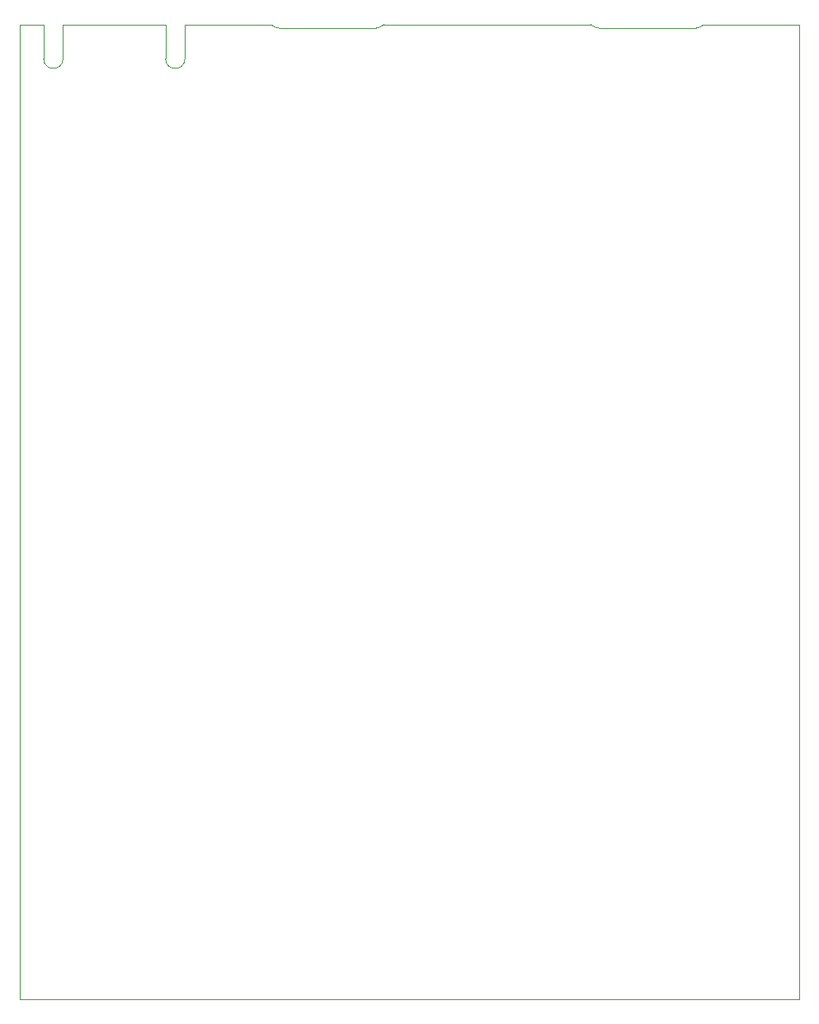
<source format=gm1>
G04 Layer_Color=16711935*
%FSLAX43Y43*%
%MOMM*%
G71*
G01*
G75*
%ADD120C,0.100*%
D120*
X-77579Y-3500D02*
G03*
X-75579Y-3500I1000J0D01*
G01*
X-65071D02*
G03*
X-63071Y-3500I1000J0D01*
G01*
X-21375Y-1D02*
G03*
X-20600Y-350I776J686D01*
G01*
X-10600Y-350D02*
G03*
X-9825Y-1I0J1036D01*
G01*
X-54209D02*
G03*
X-53434Y-350I776J686D01*
G01*
X-43434Y-350D02*
G03*
X-42659Y-1I0J1036D01*
G01*
X-77579Y-3500D02*
Y0D01*
X-75579Y-3500D02*
Y-4D01*
X-63071Y-3500D02*
Y-4D01*
X-65071Y-3475D02*
Y0D01*
X-63071D02*
X-54209D01*
X-75579D02*
X-65071D01*
X-80000D02*
X-77579D01*
X-19100Y-353D02*
X-12082D01*
X-20600Y-350D02*
X-10600D01*
X-9825Y0D02*
X0D01*
X-80000Y-100000D02*
Y0D01*
X0Y-100000D02*
Y0D01*
X-80000Y-100000D02*
X0D01*
X-53434Y-350D02*
X-43434D01*
X-42659Y0D02*
X-21375D01*
X-19350Y-350D02*
X-11850D01*
X-52184D02*
X-44684D01*
M02*

</source>
